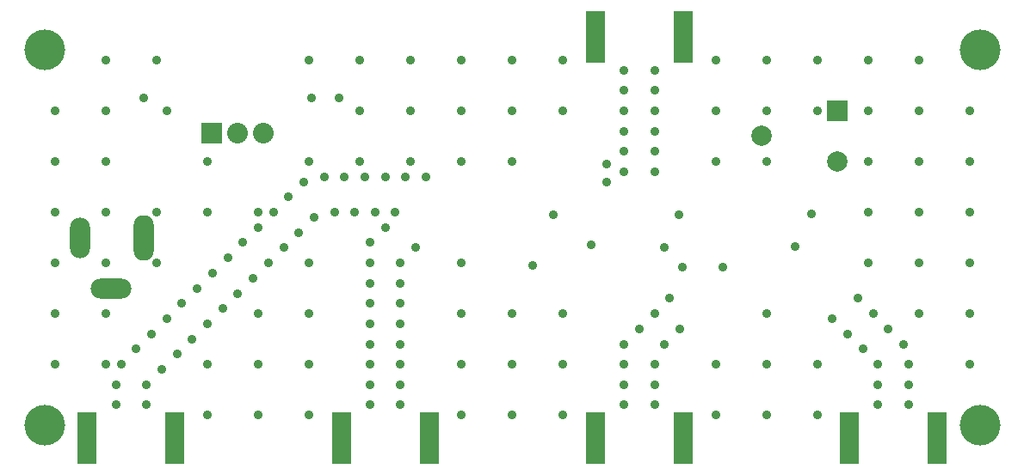
<source format=gbs>
G04*
G04 #@! TF.GenerationSoftware,Altium Limited,Altium Designer,26.1.1 (7)*
G04*
G04 Layer_Color=16711935*
%FSLAX44Y44*%
%MOMM*%
G71*
G04*
G04 #@! TF.SameCoordinates,A118C6E1-3479-42CE-8D72-1BDF69DDE12E*
G04*
G04*
G04 #@! TF.FilePolarity,Negative*
G04*
G01*
G75*
%ADD16R,1.9050X5.0800*%
%ADD24C,2.0000*%
%ADD25R,2.0000X2.0000*%
%ADD26C,4.0000*%
%ADD27C,2.0320*%
%ADD28O,2.0000X4.5000*%
%ADD29R,2.0320X2.0320*%
%ADD30O,2.0000X4.0000*%
%ADD31O,4.0000X2.0000*%
%ADD32C,0.9000*%
D16*
X668180Y422500D02*
D03*
X581820D02*
D03*
X918180Y27500D02*
D03*
X831820D02*
D03*
X668180D02*
D03*
X581820D02*
D03*
X418180D02*
D03*
X331820D02*
D03*
X168180D02*
D03*
X81820D02*
D03*
D24*
X745000Y325000D02*
D03*
X820000Y300000D02*
D03*
D25*
Y350000D02*
D03*
D26*
X960000Y410000D02*
D03*
Y40000D02*
D03*
X40000Y410000D02*
D03*
Y40000D02*
D03*
D27*
X230000Y327500D02*
D03*
X255400D02*
D03*
D28*
X137000Y225000D02*
D03*
D29*
X204600Y327500D02*
D03*
D30*
X75000Y225000D02*
D03*
D31*
X105000Y175000D02*
D03*
D32*
X330000Y362500D02*
D03*
X850000Y400000D02*
D03*
X900000D02*
D03*
X800000D02*
D03*
X750000Y350000D02*
D03*
X900000D02*
D03*
X950000D02*
D03*
X800000D02*
D03*
X850000D02*
D03*
X700000Y400000D02*
D03*
X750000D02*
D03*
X700000Y350000D02*
D03*
Y300000D02*
D03*
X900000D02*
D03*
X950000D02*
D03*
X850000D02*
D03*
Y250000D02*
D03*
X900000D02*
D03*
X950000D02*
D03*
X794000Y248000D02*
D03*
X750000Y300000D02*
D03*
X778000Y216000D02*
D03*
X640000Y370000D02*
D03*
Y390000D02*
D03*
Y350000D02*
D03*
X610000Y370000D02*
D03*
Y350000D02*
D03*
X640000Y330000D02*
D03*
Y310000D02*
D03*
X610000Y330000D02*
D03*
Y310000D02*
D03*
X500000Y400000D02*
D03*
X550000D02*
D03*
X610000Y390000D02*
D03*
X550000Y350000D02*
D03*
X450000D02*
D03*
X500000D02*
D03*
X640000Y290000D02*
D03*
X610000D02*
D03*
X592500Y280000D02*
D03*
X664229Y247500D02*
D03*
X650000Y215500D02*
D03*
X500000Y300000D02*
D03*
X540000Y247500D02*
D03*
X950000Y200000D02*
D03*
X900000D02*
D03*
Y150000D02*
D03*
X850000Y200000D02*
D03*
X855000Y150000D02*
D03*
X950000D02*
D03*
X885000Y120000D02*
D03*
X870000Y135000D02*
D03*
X845000Y115000D02*
D03*
X840000Y165000D02*
D03*
X815000Y145000D02*
D03*
X830000Y130000D02*
D03*
X750000Y150000D02*
D03*
Y100000D02*
D03*
X950000D02*
D03*
X890000Y80000D02*
D03*
Y100000D02*
D03*
X860000Y60000D02*
D03*
X890000D02*
D03*
X860000Y100000D02*
D03*
Y80000D02*
D03*
X800000Y100000D02*
D03*
X750000Y50000D02*
D03*
X800000D02*
D03*
X655000Y165000D02*
D03*
X640000Y150000D02*
D03*
X550000D02*
D03*
X665000Y135000D02*
D03*
X650000Y120000D02*
D03*
X625000Y135000D02*
D03*
X610000Y120000D02*
D03*
X520000Y197500D02*
D03*
X450000Y200000D02*
D03*
X500000Y100000D02*
D03*
Y150000D02*
D03*
X450000Y100000D02*
D03*
X700000D02*
D03*
X640000Y80000D02*
D03*
Y100000D02*
D03*
X610000Y60000D02*
D03*
X700000Y50000D02*
D03*
X640000Y60000D02*
D03*
X610000Y100000D02*
D03*
Y80000D02*
D03*
X550000Y100000D02*
D03*
X500000Y50000D02*
D03*
X550000D02*
D03*
X450000Y400000D02*
D03*
X400000D02*
D03*
Y350000D02*
D03*
X350000Y400000D02*
D03*
Y350000D02*
D03*
X400000Y300000D02*
D03*
X450000D02*
D03*
X350000D02*
D03*
X302500Y362500D02*
D03*
X300000Y300000D02*
D03*
X415000Y285000D02*
D03*
X375000D02*
D03*
X395000D02*
D03*
X405000Y215000D02*
D03*
X385000Y250000D02*
D03*
X375000Y235000D02*
D03*
X335000Y285000D02*
D03*
X355000D02*
D03*
X315000D02*
D03*
X325000Y250000D02*
D03*
X365000D02*
D03*
X360000Y220000D02*
D03*
X345000Y250000D02*
D03*
X305000Y245000D02*
D03*
X300000Y400000D02*
D03*
X150000D02*
D03*
X160000Y350000D02*
D03*
X200000Y300000D02*
D03*
X100000Y400000D02*
D03*
X137500Y362500D02*
D03*
X50000Y350000D02*
D03*
X100000Y300000D02*
D03*
Y350000D02*
D03*
X50000Y300000D02*
D03*
X295000Y280000D02*
D03*
X280000Y265000D02*
D03*
X250000Y250000D02*
D03*
X265000D02*
D03*
X290000Y230000D02*
D03*
X275000Y215000D02*
D03*
X250000Y235000D02*
D03*
X260000Y200000D02*
D03*
X150000Y250000D02*
D03*
X200000D02*
D03*
X50000D02*
D03*
X100000D02*
D03*
X235000Y220000D02*
D03*
X220000Y205000D02*
D03*
X50000Y200000D02*
D03*
X390000Y160000D02*
D03*
Y180000D02*
D03*
X450000Y150000D02*
D03*
X390000Y200000D02*
D03*
X360000Y140000D02*
D03*
X390000D02*
D03*
Y120000D02*
D03*
X360000D02*
D03*
Y100000D02*
D03*
Y180000D02*
D03*
Y160000D02*
D03*
X300000Y200000D02*
D03*
X360000D02*
D03*
X300000Y150000D02*
D03*
Y100000D02*
D03*
X250000Y150000D02*
D03*
Y100000D02*
D03*
X390000D02*
D03*
Y80000D02*
D03*
X360000D02*
D03*
Y60000D02*
D03*
X450000Y50000D02*
D03*
X390000Y60000D02*
D03*
X250000Y50000D02*
D03*
X300000D02*
D03*
X245000Y185000D02*
D03*
X230000Y170000D02*
D03*
X205000Y190000D02*
D03*
X190000Y175000D02*
D03*
X215000Y155000D02*
D03*
X200000Y140000D02*
D03*
X175000Y160000D02*
D03*
X185000Y125000D02*
D03*
X150000Y200000D02*
D03*
X100000Y150000D02*
D03*
Y200000D02*
D03*
X50000Y150000D02*
D03*
X160000Y145000D02*
D03*
X170000Y110000D02*
D03*
X145000Y130000D02*
D03*
X130000Y115000D02*
D03*
X200000Y100000D02*
D03*
X155000Y95000D02*
D03*
X115000Y100000D02*
D03*
X140000Y80000D02*
D03*
X200000Y50000D02*
D03*
X140000Y60000D02*
D03*
X110000Y80000D02*
D03*
Y60000D02*
D03*
X50000Y100000D02*
D03*
X100000D02*
D03*
X577500Y217500D02*
D03*
X592500Y297500D02*
D03*
X667500Y195500D02*
D03*
X707500D02*
D03*
M02*

</source>
